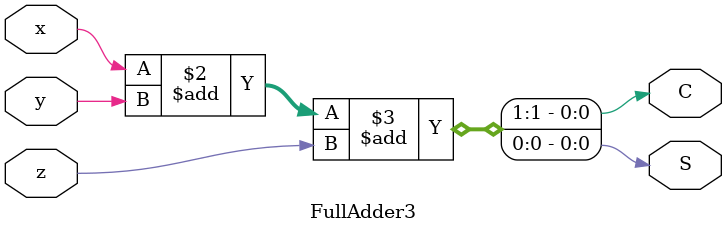
<source format=v>
/*회로의 동작을 Verilog 형식으로 표현  */

module FullAdder3(x, y, z, S, C);
	input	x, y, z;
	output	S, C;

	reg	S, C;

	always @(x or y or z)
		{C, S} = x+y+z;

endmodule  
</source>
